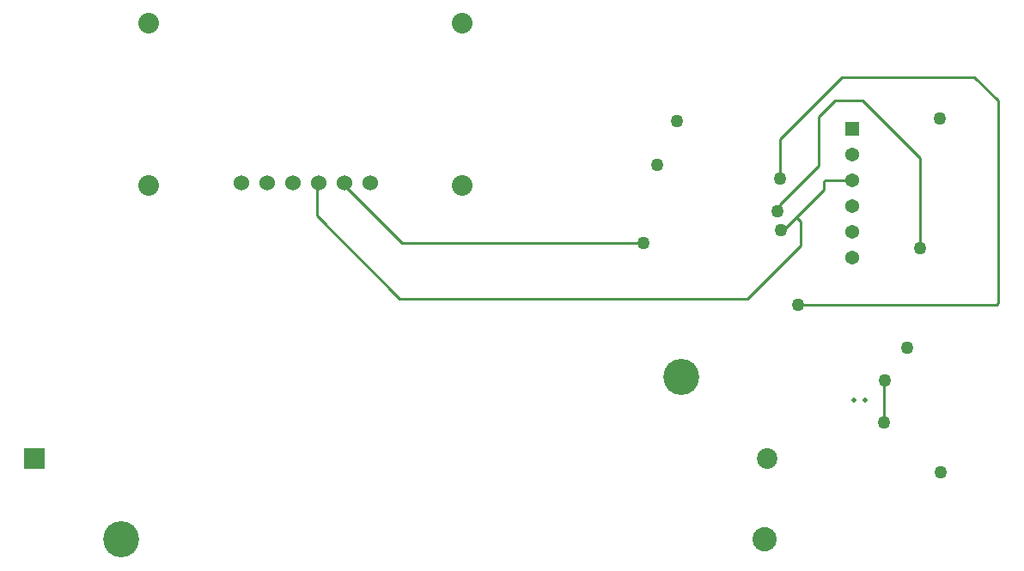
<source format=gbl>
G04*
G04 #@! TF.GenerationSoftware,Altium Limited,Altium Designer,25.8.1 (18)*
G04*
G04 Layer_Physical_Order=4*
G04 Layer_Color=16711680*
%FSLAX44Y44*%
%MOMM*%
G71*
G04*
G04 #@! TF.SameCoordinates,0E36A995-5994-4D59-ADB7-A1CD213CA6DD*
G04*
G04*
G04 #@! TF.FilePolarity,Positive*
G04*
G01*
G75*
%ADD14C,0.2540*%
%ADD32R,2.0200X2.0200*%
%ADD33C,2.0200*%
%ADD35C,2.3900*%
%ADD36C,3.5500*%
%ADD38C,0.5000*%
%ADD48C,1.5240*%
%ADD49C,2.0320*%
%ADD50C,1.3700*%
%ADD51R,1.3700X1.3700*%
%ADD52C,1.2700*%
D14*
X1619250Y760545D02*
X1619885Y761180D01*
X1619250Y720090D02*
Y760545D01*
X1654810Y891540D02*
Y980440D01*
X1597660Y1037590D02*
X1654810Y980440D01*
X1570990Y1037590D02*
X1597660D01*
X1554480Y1021080D02*
X1570990Y1037590D01*
X1554480Y972820D02*
Y1021080D01*
X1516579Y934919D02*
X1554480Y972820D01*
X1516579Y933858D02*
Y934919D01*
X1513840Y931119D02*
X1516579Y933858D01*
X1513840Y928370D02*
Y931119D01*
X1731496Y837148D02*
Y1037104D01*
X1708150Y1060450D02*
X1731496Y1037104D01*
X1577340Y1060450D02*
X1708150D01*
X1730008Y835660D02*
X1731496Y837148D01*
X1534160Y835660D02*
X1730008D01*
X1517650Y909320D02*
X1519972D01*
X1532781Y922129D01*
X1085596Y955040D02*
X1085850D01*
X1144270Y896620D01*
X1381760D01*
X1060196Y923544D02*
Y955040D01*
Y923544D02*
X1141730Y842010D01*
X1484630D01*
X1559560Y957362D02*
X1561048Y958850D01*
X1587500D01*
X1559560Y948908D02*
Y957362D01*
X1532781Y922129D02*
X1536700Y918210D01*
X1484630Y842010D02*
X1536700Y894080D01*
Y918210D01*
X1532781Y922129D02*
X1559560Y948908D01*
X1516380Y999490D02*
X1577340Y1060450D01*
X1516380Y960120D02*
Y999490D01*
D32*
X781900Y684530D02*
D03*
D33*
X1504100D02*
D03*
D35*
X1501000Y604530D02*
D03*
D36*
X867000D02*
D03*
X1419000Y764530D02*
D03*
D38*
X1599985Y742130D02*
D03*
X1588985D02*
D03*
D48*
X985266Y956310D02*
D03*
X1010666D02*
D03*
X1036066D02*
D03*
X1061466D02*
D03*
X1086866D02*
D03*
X1112266D02*
D03*
D49*
X1203452Y1113130D02*
D03*
X894080Y953770D02*
D03*
X1203452D02*
D03*
X894080Y1113130D02*
D03*
D50*
X1587500Y882650D02*
D03*
Y984250D02*
D03*
Y958850D02*
D03*
Y933450D02*
D03*
Y908050D02*
D03*
D51*
Y1009650D02*
D03*
D52*
X1673860Y1019810D02*
D03*
X1654810Y891540D02*
D03*
X1513840Y928370D02*
D03*
X1517650Y909320D02*
D03*
X1381760Y896620D02*
D03*
X1534160Y835660D02*
D03*
X1516380Y960120D02*
D03*
X1675130Y670560D02*
D03*
X1414780Y1017270D02*
D03*
X1642110Y793750D02*
D03*
X1395730Y974090D02*
D03*
X1619250Y720090D02*
D03*
X1619885Y761180D02*
D03*
M02*

</source>
